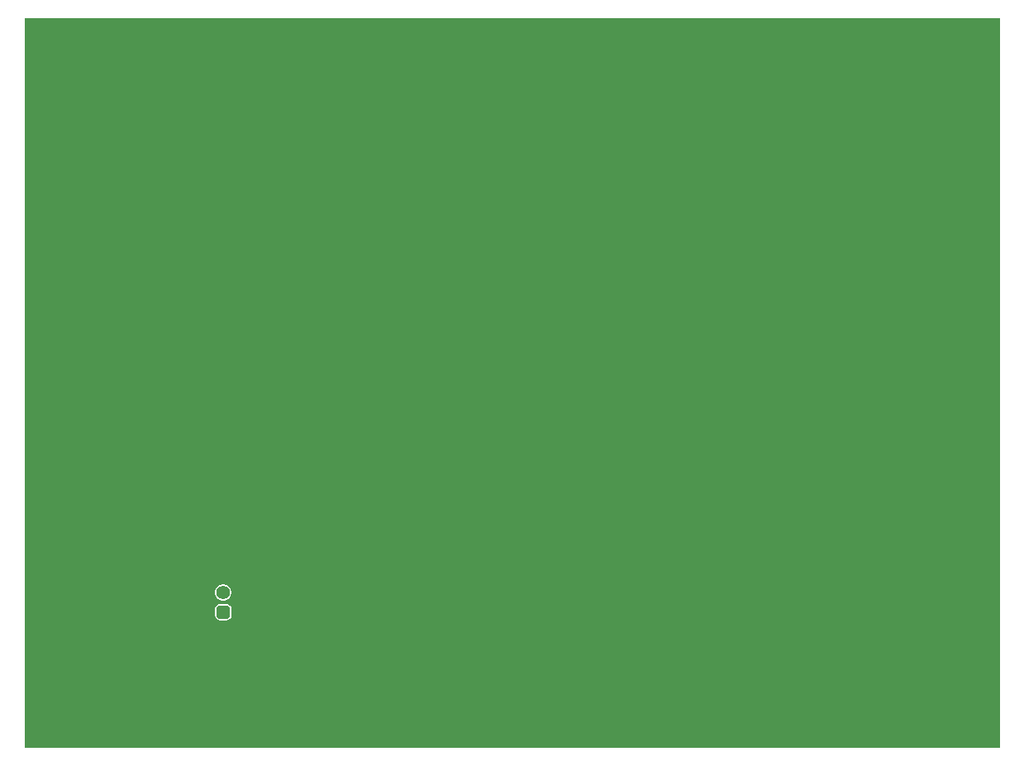
<source format=gbl>
G04*
G04 #@! TF.GenerationSoftware,Altium Limited,Altium Designer,24.5.2 (23)*
G04*
G04 Layer_Physical_Order=2*
G04 Layer_Color=16711680*
%FSLAX44Y44*%
%MOMM*%
G71*
G04*
G04 #@! TF.SameCoordinates,38DC1C0D-580C-4CDA-A678-22B3372D846F*
G04*
G04*
G04 #@! TF.FilePolarity,Positive*
G04*
G01*
G75*
%ADD43C,1.4000*%
G04:AMPARAMS|DCode=44|XSize=1.4mm|YSize=1.4mm|CornerRadius=0.35mm|HoleSize=0mm|Usage=FLASHONLY|Rotation=90.000|XOffset=0mm|YOffset=0mm|HoleType=Round|Shape=RoundedRectangle|*
%AMROUNDEDRECTD44*
21,1,1.4000,0.7000,0,0,90.0*
21,1,0.7000,1.4000,0,0,90.0*
1,1,0.7000,0.3500,0.3500*
1,1,0.7000,0.3500,-0.3500*
1,1,0.7000,-0.3500,-0.3500*
1,1,0.7000,-0.3500,0.3500*
%
%ADD44ROUNDEDRECTD44*%
%ADD45C,1.2700*%
%ADD46C,0.1270*%
G36*
X1003801Y769D02*
X4579D01*
Y748531D01*
X1003801D01*
Y769D01*
D02*
G37*
%LPC*%
G36*
X209369Y167985D02*
X207191D01*
X205088Y167421D01*
X203202Y166332D01*
X201662Y164792D01*
X200574Y162907D01*
X200010Y160803D01*
Y158626D01*
X200574Y156523D01*
X201662Y154637D01*
X203202Y153097D01*
X205088Y152008D01*
X207191Y151445D01*
X209369D01*
X211472Y152008D01*
X213358Y153097D01*
X214898Y154637D01*
X215986Y156523D01*
X216550Y158626D01*
Y160803D01*
X215986Y162907D01*
X214898Y164792D01*
X213358Y166332D01*
X211472Y167421D01*
X209369Y167985D01*
D02*
G37*
G36*
X211780Y148078D02*
X204780D01*
X202919Y147708D01*
X201341Y146654D01*
X200287Y145076D01*
X199917Y143215D01*
Y136215D01*
X200287Y134353D01*
X201341Y132776D01*
X202919Y131721D01*
X204780Y131351D01*
X211780D01*
X213641Y131721D01*
X215219Y132776D01*
X216273Y134353D01*
X216643Y136215D01*
Y143215D01*
X216273Y145076D01*
X215219Y146654D01*
X213641Y147708D01*
X211780Y148078D01*
D02*
G37*
%LPD*%
D43*
X500000Y316750D02*
D03*
X208280Y159715D02*
D03*
D44*
Y139715D02*
D03*
D45*
X342685Y80225D02*
D03*
X447040Y93835D02*
D03*
X420370Y97645D02*
D03*
D46*
X422485Y271355D02*
X422910Y271780D01*
X422442Y271355D02*
X422485D01*
M02*

</source>
